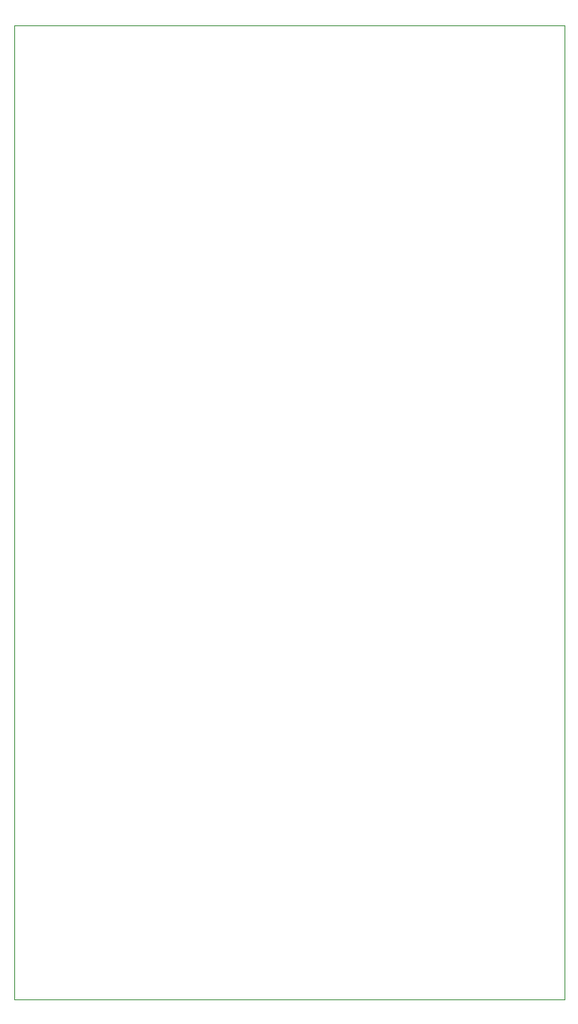
<source format=gbr>
%TF.GenerationSoftware,KiCad,Pcbnew,7.0.10*%
%TF.CreationDate,2024-04-28T13:40:24+05:00*%
%TF.ProjectId,custom_keyboard,63757374-6f6d-45f6-9b65-79626f617264,rev?*%
%TF.SameCoordinates,Original*%
%TF.FileFunction,Profile,NP*%
%FSLAX46Y46*%
G04 Gerber Fmt 4.6, Leading zero omitted, Abs format (unit mm)*
G04 Created by KiCad (PCBNEW 7.0.10) date 2024-04-28 13:40:24*
%MOMM*%
%LPD*%
G01*
G04 APERTURE LIST*
%TA.AperFunction,Profile*%
%ADD10C,0.100000*%
%TD*%
G04 APERTURE END LIST*
D10*
X75406250Y-15875000D02*
X16668750Y-15875000D01*
X16668750Y-15875000D02*
X16668750Y-119856250D01*
X16668750Y-119856250D02*
X75406250Y-119856250D01*
X75406250Y-119856250D02*
X75406250Y-15875000D01*
M02*

</source>
